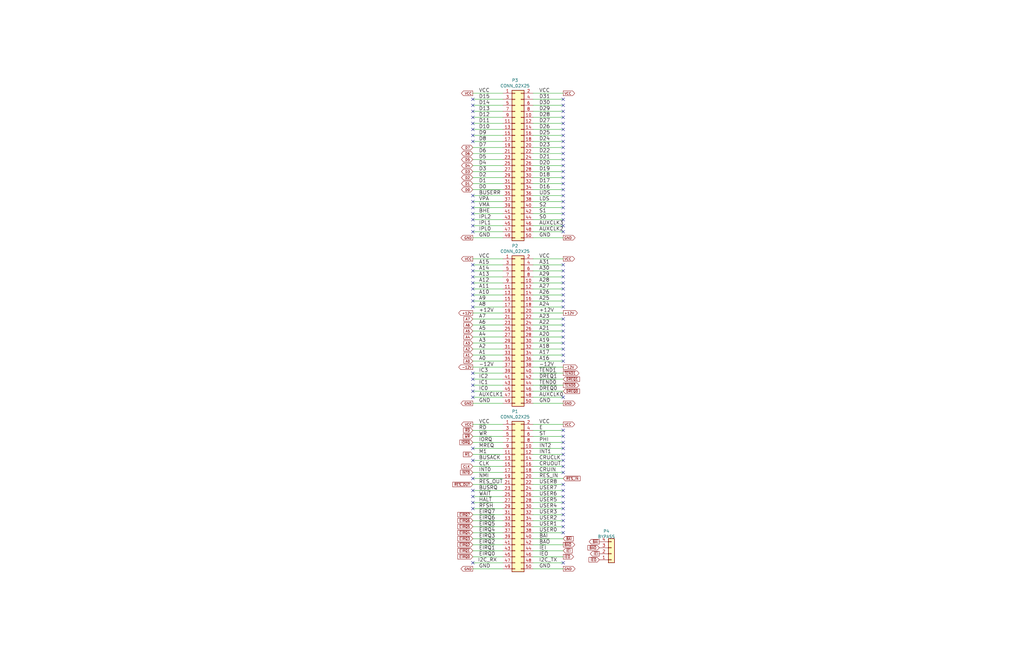
<source format=kicad_sch>
(kicad_sch (version 20211123) (generator eeschema)
  (paper "B")
  (lib_symbols
    (symbol "Connector_Generic:Conn_01x04" (pin_names (offset 1.016) hide)
      (property "Reference" "J" (at 0 5.08 0))
      (property "Value" "Conn_01x04" (at 0 -7.62 0))
      (symbol "Conn_01x04_1_1"
        (rectangle (start -1.27 -4.953) (end 0 -5.207) (stroke (width 0.1524)))
        (rectangle (start -1.27 -2.413) (end 0 -2.667) (stroke (width 0.1524)))
        (rectangle (start -1.27 0.127) (end 0 -0.127) (stroke (width 0.1524)))
        (rectangle (start -1.27 2.667) (end 0 2.413) (stroke (width 0.1524)))
        (rectangle (start -1.27 3.81) (end 1.27 -6.35) (stroke (width 0.254)) (fill (type background)))
        (pin passive line (at -5.08 2.54 0) (length 3.81) (name "Pin_1") (number "1"))
        (pin passive line (at -5.08 0 0) (length 3.81) (name "Pin_2") (number "2"))
        (pin passive line (at -5.08 -2.54 0) (length 3.81) (name "Pin_3") (number "3"))
        (pin passive line (at -5.08 -5.08 0) (length 3.81) (name "Pin_4") (number "4"))
      )
    )
    (symbol "Connector_Generic:Conn_02x25_Odd_Even" (pin_names (offset 1.016) hide)
      (property "Reference" "J" (at 1.27 33.02 0))
      (property "Value" "Conn_02x25_Odd_Even" (at 1.27 -33.02 0))
      (symbol "Conn_02x25_Odd_Even_1_1"
        (rectangle (start -1.27 -30.353) (end 0 -30.607) (stroke (width 0.1524)))
        (rectangle (start -1.27 -27.813) (end 0 -28.067) (stroke (width 0.1524)))
        (rectangle (start -1.27 -25.273) (end 0 -25.527) (stroke (width 0.1524)))
        (rectangle (start -1.27 -22.733) (end 0 -22.987) (stroke (width 0.1524)))
        (rectangle (start -1.27 -20.193) (end 0 -20.447) (stroke (width 0.1524)))
        (rectangle (start -1.27 -17.653) (end 0 -17.907) (stroke (width 0.1524)))
        (rectangle (start -1.27 -15.113) (end 0 -15.367) (stroke (width 0.1524)))
        (rectangle (start -1.27 -12.573) (end 0 -12.827) (stroke (width 0.1524)))
        (rectangle (start -1.27 -10.033) (end 0 -10.287) (stroke (width 0.1524)))
        (rectangle (start -1.27 -7.493) (end 0 -7.747) (stroke (width 0.1524)))
        (rectangle (start -1.27 -4.953) (end 0 -5.207) (stroke (width 0.1524)))
        (rectangle (start -1.27 -2.413) (end 0 -2.667) (stroke (width 0.1524)))
        (rectangle (start -1.27 0.127) (end 0 -0.127) (stroke (width 0.1524)))
        (rectangle (start -1.27 2.667) (end 0 2.413) (stroke (width 0.1524)))
        (rectangle (start -1.27 5.207) (end 0 4.953) (stroke (width 0.1524)))
        (rectangle (start -1.27 7.747) (end 0 7.493) (stroke (width 0.1524)))
        (rectangle (start -1.27 10.287) (end 0 10.033) (stroke (width 0.1524)))
        (rectangle (start -1.27 12.827) (end 0 12.573) (stroke (width 0.1524)))
        (rectangle (start -1.27 15.367) (end 0 15.113) (stroke (width 0.1524)))
        (rectangle (start -1.27 17.907) (end 0 17.653) (stroke (width 0.1524)))
        (rectangle (start -1.27 20.447) (end 0 20.193) (stroke (width 0.1524)))
        (rectangle (start -1.27 22.987) (end 0 22.733) (stroke (width 0.1524)))
        (rectangle (start -1.27 25.527) (end 0 25.273) (stroke (width 0.1524)))
        (rectangle (start -1.27 28.067) (end 0 27.813) (stroke (width 0.1524)))
        (rectangle (start -1.27 30.607) (end 0 30.353) (stroke (width 0.1524)))
        (rectangle (start -1.27 31.75) (end 3.81 -31.75) (stroke (width 0.254)) (fill (type background)))
        (rectangle (start 3.81 -30.353) (end 2.54 -30.607) (stroke (width 0.1524)))
        (rectangle (start 3.81 -27.813) (end 2.54 -28.067) (stroke (width 0.1524)))
        (rectangle (start 3.81 -25.273) (end 2.54 -25.527) (stroke (width 0.1524)))
        (rectangle (start 3.81 -22.733) (end 2.54 -22.987) (stroke (width 0.1524)))
        (rectangle (start 3.81 -20.193) (end 2.54 -20.447) (stroke (width 0.1524)))
        (rectangle (start 3.81 -17.653) (end 2.54 -17.907) (stroke (width 0.1524)))
        (rectangle (start 3.81 -15.113) (end 2.54 -15.367) (stroke (width 0.1524)))
        (rectangle (start 3.81 -12.573) (end 2.54 -12.827) (stroke (width 0.1524)))
        (rectangle (start 3.81 -10.033) (end 2.54 -10.287) (stroke (width 0.1524)))
        (rectangle (start 3.81 -7.493) (end 2.54 -7.747) (stroke (width 0.1524)))
        (rectangle (start 3.81 -4.953) (end 2.54 -5.207) (stroke (width 0.1524)))
        (rectangle (start 3.81 -2.413) (end 2.54 -2.667) (stroke (width 0.1524)))
        (rectangle (start 3.81 0.127) (end 2.54 -0.127) (stroke (width 0.1524)))
        (rectangle (start 3.81 2.667) (end 2.54 2.413) (stroke (width 0.1524)))
        (rectangle (start 3.81 5.207) (end 2.54 4.953) (stroke (width 0.1524)))
        (rectangle (start 3.81 7.747) (end 2.54 7.493) (stroke (width 0.1524)))
        (rectangle (start 3.81 10.287) (end 2.54 10.033) (stroke (width 0.1524)))
        (rectangle (start 3.81 12.827) (end 2.54 12.573) (stroke (width 0.1524)))
        (rectangle (start 3.81 15.367) (end 2.54 15.113) (stroke (width 0.1524)))
        (rectangle (start 3.81 17.907) (end 2.54 17.653) (stroke (width 0.1524)))
        (rectangle (start 3.81 20.447) (end 2.54 20.193) (stroke (width 0.1524)))
        (rectangle (start 3.81 22.987) (end 2.54 22.733) (stroke (width 0.1524)))
        (rectangle (start 3.81 25.527) (end 2.54 25.273) (stroke (width 0.1524)))
        (rectangle (start 3.81 28.067) (end 2.54 27.813) (stroke (width 0.1524)))
        (rectangle (start 3.81 30.607) (end 2.54 30.353) (stroke (width 0.1524)))
        (pin passive line (at -5.08 30.48 0) (length 3.81) (name "Pin_1") (number "1"))
        (pin passive line (at 7.62 20.32 180) (length 3.81) (name "Pin_10") (number "10"))
        (pin passive line (at -5.08 17.78 0) (length 3.81) (name "Pin_11") (number "11"))
        (pin passive line (at 7.62 17.78 180) (length 3.81) (name "Pin_12") (number "12"))
        (pin passive line (at -5.08 15.24 0) (length 3.81) (name "Pin_13") (number "13"))
        (pin passive line (at 7.62 15.24 180) (length 3.81) (name "Pin_14") (number "14"))
        (pin passive line (at -5.08 12.7 0) (length 3.81) (name "Pin_15") (number "15"))
        (pin passive line (at 7.62 12.7 180) (length 3.81) (name "Pin_16") (number "16"))
        (pin passive line (at -5.08 10.16 0) (length 3.81) (name "Pin_17") (number "17"))
        (pin passive line (at 7.62 10.16 180) (length 3.81) (name "Pin_18") (number "18"))
        (pin passive line (at -5.08 7.62 0) (length 3.81) (name "Pin_19") (number "19"))
        (pin passive line (at 7.62 30.48 180) (length 3.81) (name "Pin_2") (number "2"))
        (pin passive line (at 7.62 7.62 180) (length 3.81) (name "Pin_20") (number "20"))
        (pin passive line (at -5.08 5.08 0) (length 3.81) (name "Pin_21") (number "21"))
        (pin passive line (at 7.62 5.08 180) (length 3.81) (name "Pin_22") (number "22"))
        (pin passive line (at -5.08 2.54 0) (length 3.81) (name "Pin_23") (number "23"))
        (pin passive line (at 7.62 2.54 180) (length 3.81) (name "Pin_24") (number "24"))
        (pin passive line (at -5.08 0 0) (length 3.81) (name "Pin_25") (number "25"))
        (pin passive line (at 7.62 0 180) (length 3.81) (name "Pin_26") (number "26"))
        (pin passive line (at -5.08 -2.54 0) (length 3.81) (name "Pin_27") (number "27"))
        (pin passive line (at 7.62 -2.54 180) (length 3.81) (name "Pin_28") (number "28"))
        (pin passive line (at -5.08 -5.08 0) (length 3.81) (name "Pin_29") (number "29"))
        (pin passive line (at -5.08 27.94 0) (length 3.81) (name "Pin_3") (number "3"))
        (pin passive line (at 7.62 -5.08 180) (length 3.81) (name "Pin_30") (number "30"))
        (pin passive line (at -5.08 -7.62 0) (length 3.81) (name "Pin_31") (number "31"))
        (pin passive line (at 7.62 -7.62 180) (length 3.81) (name "Pin_32") (number "32"))
        (pin passive line (at -5.08 -10.16 0) (length 3.81) (name "Pin_33") (number "33"))
        (pin passive line (at 7.62 -10.16 180) (length 3.81) (name "Pin_34") (number "34"))
        (pin passive line (at -5.08 -12.7 0) (length 3.81) (name "Pin_35") (number "35"))
        (pin passive line (at 7.62 -12.7 180) (length 3.81) (name "Pin_36") (number "36"))
        (pin passive line (at -5.08 -15.24 0) (length 3.81) (name "Pin_37") (number "37"))
        (pin passive line (at 7.62 -15.24 180) (length 3.81) (name "Pin_38") (number "38"))
        (pin passive line (at -5.08 -17.78 0) (length 3.81) (name "Pin_39") (number "39"))
        (pin passive line (at 7.62 27.94 180) (length 3.81) (name "Pin_4") (number "4"))
        (pin passive line (at 7.62 -17.78 180) (length 3.81) (name "Pin_40") (number "40"))
        (pin passive line (at -5.08 -20.32 0) (length 3.81) (name "Pin_41") (number "41"))
        (pin passive line (at 7.62 -20.32 180) (length 3.81) (name "Pin_42") (number "42"))
        (pin passive line (at -5.08 -22.86 0) (length 3.81) (name "Pin_43") (number "43"))
        (pin passive line (at 7.62 -22.86 180) (length 3.81) (name "Pin_44") (number "44"))
        (pin passive line (at -5.08 -25.4 0) (length 3.81) (name "Pin_45") (number "45"))
        (pin passive line (at 7.62 -25.4 180) (length 3.81) (name "Pin_46") (number "46"))
        (pin passive line (at -5.08 -27.94 0) (length 3.81) (name "Pin_47") (number "47"))
        (pin passive line (at 7.62 -27.94 180) (length 3.81) (name "Pin_48") (number "48"))
        (pin passive line (at -5.08 -30.48 0) (length 3.81) (name "Pin_49") (number "49"))
        (pin passive line (at -5.08 25.4 0) (length 3.81) (name "Pin_5") (number "5"))
        (pin passive line (at 7.62 -30.48 180) (length 3.81) (name "Pin_50") (number "50"))
        (pin passive line (at 7.62 25.4 180) (length 3.81) (name "Pin_6") (number "6"))
        (pin passive line (at -5.08 22.86 0) (length 3.81) (name "Pin_7") (number "7"))
        (pin passive line (at 7.62 22.86 180) (length 3.81) (name "Pin_8") (number "8"))
        (pin passive line (at -5.08 20.32 0) (length 3.81) (name "Pin_9") (number "9"))
      )
    )
  )
  (no_connect (at 199.39 90.17))
  (no_connect (at 237.49 196.85))
  (no_connect (at 237.49 46.99))
  (no_connect (at 199.39 167.64))
  (no_connect (at 237.49 59.69))
  (no_connect (at 199.39 85.09))
  (no_connect (at 237.49 77.47))
  (no_connect (at 199.39 54.61))
  (no_connect (at 237.49 111.76))
  (no_connect (at 199.39 121.92))
  (no_connect (at 199.39 212.09))
  (no_connect (at 237.49 237.49))
  (no_connect (at 237.49 142.24))
  (no_connect (at 237.49 191.77))
  (no_connect (at 237.49 69.85))
  (no_connect (at 237.49 67.31))
  (no_connect (at 199.39 189.23))
  (no_connect (at 237.49 212.09))
  (no_connect (at 237.49 139.7))
  (no_connect (at 199.39 116.84))
  (no_connect (at 237.49 64.77))
  (no_connect (at 199.39 97.79))
  (no_connect (at 237.49 119.38))
  (no_connect (at 237.49 186.69))
  (no_connect (at 237.49 127))
  (no_connect (at 199.39 207.01))
  (no_connect (at 199.39 52.07))
  (no_connect (at 199.39 124.46))
  (no_connect (at 199.39 119.38))
  (no_connect (at 237.49 181.61))
  (no_connect (at 199.39 49.53))
  (no_connect (at 237.49 184.15))
  (no_connect (at 199.39 59.69))
  (no_connect (at 199.39 41.91))
  (no_connect (at 199.39 160.02))
  (no_connect (at 237.49 116.84))
  (no_connect (at 237.49 54.61))
  (no_connect (at 199.39 157.48))
  (no_connect (at 199.39 165.1))
  (no_connect (at 237.49 52.07))
  (no_connect (at 199.39 201.93))
  (no_connect (at 237.49 214.63))
  (no_connect (at 237.49 114.3))
  (no_connect (at 237.49 152.4))
  (no_connect (at 237.49 74.93))
  (no_connect (at 199.39 129.54))
  (no_connect (at 199.39 57.15))
  (no_connect (at 237.49 217.17))
  (no_connect (at 199.39 46.99))
  (no_connect (at 237.49 57.15))
  (no_connect (at 237.49 189.23))
  (no_connect (at 237.49 62.23))
  (no_connect (at 237.49 72.39))
  (no_connect (at 237.49 224.79))
  (no_connect (at 199.39 214.63))
  (no_connect (at 237.49 97.79))
  (no_connect (at 237.49 90.17))
  (no_connect (at 237.49 219.71))
  (no_connect (at 237.49 49.53))
  (no_connect (at 237.49 194.31))
  (no_connect (at 199.39 92.71))
  (no_connect (at 199.39 127))
  (no_connect (at 199.39 87.63))
  (no_connect (at 199.39 114.3))
  (no_connect (at 237.49 92.71))
  (no_connect (at 237.49 209.55))
  (no_connect (at 199.39 44.45))
  (no_connect (at 237.49 204.47))
  (no_connect (at 237.49 85.09))
  (no_connect (at 237.49 95.25))
  (no_connect (at 237.49 80.01))
  (no_connect (at 237.49 207.01))
  (no_connect (at 237.49 82.55))
  (no_connect (at 237.49 147.32))
  (no_connect (at 237.49 222.25))
  (no_connect (at 237.49 199.39))
  (no_connect (at 237.49 87.63))
  (no_connect (at 199.39 194.31))
  (no_connect (at 199.39 111.76))
  (no_connect (at 237.49 129.54))
  (no_connect (at 199.39 82.55))
  (no_connect (at 199.39 95.25))
  (no_connect (at 237.49 41.91))
  (no_connect (at 237.49 121.92))
  (no_connect (at 237.49 44.45))
  (no_connect (at 237.49 137.16))
  (no_connect (at 237.49 149.86))
  (no_connect (at 237.49 144.78))
  (no_connect (at 199.39 237.49))
  (no_connect (at 237.49 134.62))
  (no_connect (at 199.39 162.56))
  (no_connect (at 237.49 167.64))
  (no_connect (at 237.49 124.46))
  (no_connect (at 199.39 209.55))
  (wire (pts (xy 224.79 224.79) (xy 237.49 224.79)))
  (wire (pts (xy 199.39 224.79) (xy 212.09 224.79)))
  (wire (pts (xy 224.79 77.47) (xy 237.49 77.47)))
  (wire (pts (xy 199.39 54.61) (xy 212.09 54.61)))
  (wire (pts (xy 199.39 209.55) (xy 212.09 209.55)))
  (wire (pts (xy 224.79 207.01) (xy 237.49 207.01)))
  (wire (pts (xy 199.39 137.16) (xy 212.09 137.16)))
  (wire (pts (xy 199.39 49.53) (xy 212.09 49.53)))
  (wire (pts (xy 224.79 97.79) (xy 237.49 97.79)))
  (wire (pts (xy 237.49 194.31) (xy 224.79 194.31)))
  (wire (pts (xy 224.79 201.93) (xy 237.49 201.93)))
  (wire (pts (xy 224.79 209.55) (xy 237.49 209.55)))
  (wire (pts (xy 224.79 57.15) (xy 237.49 57.15)))
  (wire (pts (xy 199.39 240.03) (xy 212.09 240.03)))
  (wire (pts (xy 224.79 100.33) (xy 237.49 100.33)))
  (wire (pts (xy 199.39 67.31) (xy 212.09 67.31)))
  (wire (pts (xy 224.79 85.09) (xy 237.49 85.09)))
  (wire (pts (xy 224.79 142.24) (xy 237.49 142.24)))
  (wire (pts (xy 199.39 152.4) (xy 212.09 152.4)))
  (wire (pts (xy 212.09 160.02) (xy 199.39 160.02)))
  (wire (pts (xy 224.79 137.16) (xy 237.49 137.16)))
  (wire (pts (xy 212.09 85.09) (xy 199.39 85.09)))
  (wire (pts (xy 199.39 204.47) (xy 212.09 204.47)))
  (wire (pts (xy 224.79 80.01) (xy 237.49 80.01)))
  (wire (pts (xy 224.79 212.09) (xy 237.49 212.09)))
  (wire (pts (xy 199.39 74.93) (xy 212.09 74.93)))
  (wire (pts (xy 224.79 170.18) (xy 237.49 170.18)))
  (wire (pts (xy 199.39 149.86) (xy 212.09 149.86)))
  (wire (pts (xy 199.39 116.84) (xy 212.09 116.84)))
  (wire (pts (xy 199.39 227.33) (xy 212.09 227.33)))
  (wire (pts (xy 237.49 184.15) (xy 224.79 184.15)))
  (wire (pts (xy 199.39 134.62) (xy 212.09 134.62)))
  (wire (pts (xy 224.79 144.78) (xy 237.49 144.78)))
  (wire (pts (xy 224.79 124.46) (xy 237.49 124.46)))
  (wire (pts (xy 199.39 52.07) (xy 212.09 52.07)))
  (wire (pts (xy 199.39 199.39) (xy 212.09 199.39)))
  (wire (pts (xy 224.79 67.31) (xy 237.49 67.31)))
  (wire (pts (xy 237.49 95.25) (xy 224.79 95.25)))
  (wire (pts (xy 224.79 114.3) (xy 237.49 114.3)))
  (wire (pts (xy 199.39 41.91) (xy 212.09 41.91)))
  (wire (pts (xy 199.39 111.76) (xy 212.09 111.76)))
  (wire (pts (xy 199.39 44.45) (xy 212.09 44.45)))
  (wire (pts (xy 224.79 44.45) (xy 237.49 44.45)))
  (wire (pts (xy 199.39 59.69) (xy 212.09 59.69)))
  (wire (pts (xy 224.79 129.54) (xy 237.49 129.54)))
  (wire (pts (xy 224.79 147.32) (xy 237.49 147.32)))
  (wire (pts (xy 199.39 77.47) (xy 212.09 77.47)))
  (wire (pts (xy 199.39 191.77) (xy 212.09 191.77)))
  (wire (pts (xy 199.39 64.77) (xy 212.09 64.77)))
  (wire (pts (xy 199.39 62.23) (xy 212.09 62.23)))
  (wire (pts (xy 199.39 222.25) (xy 212.09 222.25)))
  (wire (pts (xy 224.79 204.47) (xy 237.49 204.47)))
  (wire (pts (xy 224.79 59.69) (xy 237.49 59.69)))
  (wire (pts (xy 224.79 87.63) (xy 237.49 87.63)))
  (wire (pts (xy 224.79 62.23) (xy 237.49 62.23)))
  (wire (pts (xy 224.79 219.71) (xy 237.49 219.71)))
  (wire (pts (xy 224.79 82.55) (xy 237.49 82.55)))
  (wire (pts (xy 212.09 90.17) (xy 199.39 90.17)))
  (wire (pts (xy 199.39 121.92) (xy 212.09 121.92)))
  (wire (pts (xy 224.79 69.85) (xy 237.49 69.85)))
  (wire (pts (xy 199.39 46.99) (xy 212.09 46.99)))
  (wire (pts (xy 224.79 196.85) (xy 237.49 196.85)))
  (wire (pts (xy 224.79 179.07) (xy 237.49 179.07)))
  (wire (pts (xy 224.79 157.48) (xy 237.49 157.48)))
  (wire (pts (xy 199.39 194.31) (xy 212.09 194.31)))
  (wire (pts (xy 224.79 222.25) (xy 237.49 222.25)))
  (wire (pts (xy 199.39 201.93) (xy 212.09 201.93)))
  (wire (pts (xy 199.39 179.07) (xy 212.09 179.07)))
  (wire (pts (xy 237.49 234.95) (xy 224.79 234.95)))
  (wire (pts (xy 224.79 154.94) (xy 237.49 154.94)))
  (wire (pts (xy 224.79 134.62) (xy 237.49 134.62)))
  (wire (pts (xy 224.79 92.71) (xy 237.49 92.71)))
  (wire (pts (xy 199.39 212.09) (xy 212.09 212.09)))
  (wire (pts (xy 199.39 119.38) (xy 212.09 119.38)))
  (wire (pts (xy 199.39 144.78) (xy 212.09 144.78)))
  (wire (pts (xy 237.49 191.77) (xy 224.79 191.77)))
  (wire (pts (xy 224.79 109.22) (xy 237.49 109.22)))
  (wire (pts (xy 224.79 121.92) (xy 237.49 121.92)))
  (wire (pts (xy 199.39 186.69) (xy 212.09 186.69)))
  (wire (pts (xy 237.49 181.61) (xy 224.79 181.61)))
  (wire (pts (xy 199.39 170.18) (xy 212.09 170.18)))
  (wire (pts (xy 199.39 219.71) (xy 212.09 219.71)))
  (wire (pts (xy 224.79 46.99) (xy 237.49 46.99)))
  (wire (pts (xy 199.39 196.85) (xy 212.09 196.85)))
  (wire (pts (xy 224.79 149.86) (xy 237.49 149.86)))
  (wire (pts (xy 199.39 234.95) (xy 212.09 234.95)))
  (wire (pts (xy 199.39 181.61) (xy 212.09 181.61)))
  (wire (pts (xy 237.49 189.23) (xy 224.79 189.23)))
  (wire (pts (xy 224.79 165.1) (xy 237.49 165.1)))
  (wire (pts (xy 199.39 129.54) (xy 212.09 129.54)))
  (wire (pts (xy 199.39 229.87) (xy 212.09 229.87)))
  (wire (pts (xy 224.79 240.03) (xy 237.49 240.03)))
  (wire (pts (xy 224.79 64.77) (xy 237.49 64.77)))
  (wire (pts (xy 199.39 127) (xy 212.09 127)))
  (wire (pts (xy 224.79 49.53) (xy 237.49 49.53)))
  (wire (pts (xy 224.79 72.39) (xy 237.49 72.39)))
  (wire (pts (xy 224.79 152.4) (xy 237.49 152.4)))
  (wire (pts (xy 199.39 57.15) (xy 212.09 57.15)))
  (wire (pts (xy 224.79 162.56) (xy 237.49 162.56)))
  (wire (pts (xy 224.79 74.93) (xy 237.49 74.93)))
  (wire (pts (xy 224.79 90.17) (xy 237.49 90.17)))
  (wire (pts (xy 212.09 82.55) (xy 199.39 82.55)))
  (wire (pts (xy 212.09 157.48) (xy 199.39 157.48)))
  (wire (pts (xy 224.79 139.7) (xy 237.49 139.7)))
  (wire (pts (xy 224.79 39.37) (xy 237.49 39.37)))
  (wire (pts (xy 212.09 87.63) (xy 199.39 87.63)))
  (wire (pts (xy 224.79 199.39) (xy 237.49 199.39)))
  (wire (pts (xy 224.79 111.76) (xy 237.49 111.76)))
  (wire (pts (xy 237.49 232.41) (xy 224.79 232.41)))
  (wire (pts (xy 224.79 52.07) (xy 237.49 52.07)))
  (wire (pts (xy 199.39 124.46) (xy 212.09 124.46)))
  (wire (pts (xy 237.49 237.49) (xy 224.79 237.49)))
  (wire (pts (xy 224.79 132.08) (xy 237.49 132.08)))
  (wire (pts (xy 224.79 217.17) (xy 237.49 217.17)))
  (wire (pts (xy 237.49 229.87) (xy 224.79 229.87)))
  (wire (pts (xy 199.39 167.64) (xy 212.09 167.64)))
  (wire (pts (xy 199.39 72.39) (xy 212.09 72.39)))
  (wire (pts (xy 199.39 142.24) (xy 212.09 142.24)))
  (wire (pts (xy 199.39 109.22) (xy 212.09 109.22)))
  (wire (pts (xy 199.39 132.08) (xy 212.09 132.08)))
  (wire (pts (xy 199.39 189.23) (xy 212.09 189.23)))
  (wire (pts (xy 224.79 116.84) (xy 237.49 116.84)))
  (wire (pts (xy 199.39 214.63) (xy 212.09 214.63)))
  (wire (pts (xy 199.39 217.17) (xy 212.09 217.17)))
  (wire (pts (xy 199.39 154.94) (xy 212.09 154.94)))
  (wire (pts (xy 199.39 39.37) (xy 212.09 39.37)))
  (wire (pts (xy 199.39 147.32) (xy 212.09 147.32)))
  (wire (pts (xy 224.79 167.64) (xy 237.49 167.64)))
  (wire (pts (xy 199.39 100.33) (xy 212.09 100.33)))
  (wire (pts (xy 237.49 227.33) (xy 224.79 227.33)))
  (wire (pts (xy 212.09 97.79) (xy 199.39 97.79)))
  (wire (pts (xy 224.79 41.91) (xy 237.49 41.91)))
  (wire (pts (xy 199.39 232.41) (xy 212.09 232.41)))
  (wire (pts (xy 212.09 165.1) (xy 199.39 165.1)))
  (wire (pts (xy 237.49 186.69) (xy 224.79 186.69)))
  (wire (pts (xy 199.39 114.3) (xy 212.09 114.3)))
  (wire (pts (xy 224.79 127) (xy 237.49 127)))
  (wire (pts (xy 199.39 80.01) (xy 212.09 80.01)))
  (wire (pts (xy 199.39 139.7) (xy 212.09 139.7)))
  (wire (pts (xy 199.39 69.85) (xy 212.09 69.85)))
  (wire (pts (xy 212.09 237.49) (xy 199.39 237.49)))
  (wire (pts (xy 224.79 160.02) (xy 237.49 160.02)))
  (wire (pts (xy 212.09 92.71) (xy 199.39 92.71)))
  (wire (pts (xy 224.79 214.63) (xy 237.49 214.63)))
  (wire (pts (xy 199.39 207.01) (xy 212.09 207.01)))
  (wire (pts (xy 212.09 95.25) (xy 199.39 95.25)))
  (wire (pts (xy 224.79 119.38) (xy 237.49 119.38)))
  (wire (pts (xy 212.09 162.56) (xy 199.39 162.56)))
  (wire (pts (xy 224.79 54.61) (xy 237.49 54.61)))
  (wire (pts (xy 199.39 184.15) (xy 212.09 184.15)))
  (label "A7" (at 201.93 134.62 0) (effects (font (size 1.524 1.524))))
  (label "VCC" (at 201.93 179.07 0) (effects (font (size 1.524 1.524))))
  (label "~{BHE}" (at 201.93 90.17 0) (effects (font (size 1.524 1.524))))
  (label "D4" (at 201.93 69.85 0) (effects (font (size 1.524 1.524))))
  (label "A5" (at 201.93 139.7 0) (effects (font (size 1.524 1.524))))
  (label "~{RES_OUT}" (at 201.93 204.47 0) (effects (font (size 1.524 1.524))))
  (label "IPL1" (at 201.93 95.25 0) (effects (font (size 1.524 1.524))))
  (label "UDS" (at 227.33 82.55 0) (effects (font (size 1.524 1.524))))
  (label "~{INT2}" (at 227.33 189.23 0) (effects (font (size 1.524 1.524))))
  (label "VCC" (at 227.33 179.07 0) (effects (font (size 1.524 1.524))))
  (label "IC2" (at 201.93 160.02 0) (effects (font (size 1.524 1.524))))
  (label "USER0" (at 227.33 224.79 0) (effects (font (size 1.524 1.524))))
  (label "VCC" (at 227.33 39.37 0) (effects (font (size 1.524 1.524))))
  (label "A9" (at 201.93 127 0) (effects (font (size 1.524 1.524))))
  (label "D9" (at 201.93 57.15 0) (effects (font (size 1.524 1.524))))
  (label "GND" (at 227.33 100.33 0) (effects (font (size 1.524 1.524))))
  (label "D23" (at 227.33 62.23 0) (effects (font (size 1.524 1.524))))
  (label "D15" (at 201.93 41.91 0) (effects (font (size 1.524 1.524))))
  (label "~{IEI}" (at 227.33 232.41 0) (effects (font (size 1.524 1.524))))
  (label "A6" (at 201.93 137.16 0) (effects (font (size 1.524 1.524))))
  (label "D0" (at 201.93 80.01 0) (effects (font (size 1.524 1.524))))
  (label "GND" (at 201.93 240.03 0) (effects (font (size 1.524 1.524))))
  (label "IPL0" (at 201.93 97.79 0) (effects (font (size 1.524 1.524))))
  (label "D16" (at 227.33 80.01 0) (effects (font (size 1.524 1.524))))
  (label "~{VPA}" (at 201.93 85.09 0) (effects (font (size 1.524 1.524))))
  (label "I2C_RX" (at 209.55 237.49 180) (effects (font (size 1.524 1.524))))
  (label "~{NMI}" (at 201.93 201.93 0) (effects (font (size 1.524 1.524))))
  (label "~{MREQ}" (at 201.93 189.23 0) (effects (font (size 1.524 1.524))))
  (label "USER6" (at 227.33 209.55 0) (effects (font (size 1.524 1.524))))
  (label "A3" (at 201.93 144.78 0) (effects (font (size 1.524 1.524))))
  (label "A4" (at 201.93 142.24 0) (effects (font (size 1.524 1.524))))
  (label "A23" (at 227.33 134.62 0) (effects (font (size 1.524 1.524))))
  (label "D25" (at 227.33 57.15 0) (effects (font (size 1.524 1.524))))
  (label "D7" (at 201.93 62.23 0) (effects (font (size 1.524 1.524))))
  (label "VCC" (at 227.33 109.22 0) (effects (font (size 1.524 1.524))))
  (label "+12V" (at 227.33 132.08 0) (effects (font (size 1.524 1.524))))
  (label "~{BAO}" (at 227.33 229.87 0) (effects (font (size 1.524 1.524))))
  (label "A14" (at 201.93 114.3 0) (effects (font (size 1.524 1.524))))
  (label "GND" (at 227.33 170.18 0) (effects (font (size 1.524 1.524))))
  (label "D26" (at 227.33 54.61 0) (effects (font (size 1.524 1.524))))
  (label "D6" (at 201.93 64.77 0) (effects (font (size 1.524 1.524))))
  (label "~{INT0}" (at 201.93 199.39 0) (effects (font (size 1.524 1.524))))
  (label "S0" (at 227.33 92.71 0) (effects (font (size 1.524 1.524))))
  (label "A24" (at 227.33 129.54 0) (effects (font (size 1.524 1.524))))
  (label "A28" (at 227.33 119.38 0) (effects (font (size 1.524 1.524))))
  (label "A20" (at 227.33 142.24 0) (effects (font (size 1.524 1.524))))
  (label "~{RD}" (at 201.93 181.61 0) (effects (font (size 1.524 1.524))))
  (label "A21" (at 227.33 139.7 0) (effects (font (size 1.524 1.524))))
  (label "A29" (at 227.33 116.84 0) (effects (font (size 1.524 1.524))))
  (label "AUXCLK3" (at 227.33 95.25 0) (effects (font (size 1.524 1.524))))
  (label "~{DREQ1}" (at 227.33 160.02 0) (effects (font (size 1.524 1.524))))
  (label "D13" (at 201.93 46.99 0) (effects (font (size 1.524 1.524))))
  (label "~{EIRQ0}" (at 201.93 234.95 0) (effects (font (size 1.524 1.524))))
  (label "A1" (at 201.93 149.86 0) (effects (font (size 1.524 1.524))))
  (label "VCC" (at 201.93 109.22 0) (effects (font (size 1.524 1.524))))
  (label "A8" (at 201.93 129.54 0) (effects (font (size 1.524 1.524))))
  (label "A25" (at 227.33 127 0) (effects (font (size 1.524 1.524))))
  (label "A13" (at 201.93 116.84 0) (effects (font (size 1.524 1.524))))
  (label "+12V" (at 201.93 132.08 0) (effects (font (size 1.524 1.524))))
  (label "D18" (at 227.33 74.93 0) (effects (font (size 1.524 1.524))))
  (label "D24" (at 227.33 59.69 0) (effects (font (size 1.524 1.524))))
  (label "~{M1}" (at 201.93 191.77 0) (effects (font (size 1.524 1.524))))
  (label "~{RFSH}" (at 201.93 214.63 0) (effects (font (size 1.524 1.524))))
  (label "USER4" (at 227.33 214.63 0) (effects (font (size 1.524 1.524))))
  (label "PHI" (at 227.33 186.69 0) (effects (font (size 1.524 1.524))))
  (label "~{BUSERR}" (at 201.93 82.55 0) (effects (font (size 1.524 1.524))))
  (label "AUXCLK0" (at 227.33 167.64 0) (effects (font (size 1.524 1.524))))
  (label "~{IEO}" (at 227.33 234.95 0) (effects (font (size 1.524 1.524))))
  (label "~{HALT}" (at 201.93 212.09 0) (effects (font (size 1.524 1.524))))
  (label "I2C_TX" (at 234.95 237.49 180) (effects (font (size 1.524 1.524))))
  (label "USER8" (at 227.33 204.47 0) (effects (font (size 1.524 1.524))))
  (label "~{EIRQ4}" (at 201.93 224.79 0) (effects (font (size 1.524 1.524))))
  (label "A16" (at 227.33 152.4 0) (effects (font (size 1.524 1.524))))
  (label "A2" (at 201.93 147.32 0) (effects (font (size 1.524 1.524))))
  (label "A31" (at 227.33 111.76 0) (effects (font (size 1.524 1.524))))
  (label "~{TEND1}" (at 227.33 157.48 0) (effects (font (size 1.524 1.524))))
  (label "AUXCLK1" (at 201.93 167.64 0) (effects (font (size 1.524 1.524))))
  (label "D3" (at 201.93 72.39 0) (effects (font (size 1.524 1.524))))
  (label "D19" (at 227.33 72.39 0) (effects (font (size 1.524 1.524))))
  (label "~{WR}" (at 201.93 184.15 0) (effects (font (size 1.524 1.524))))
  (label "A10" (at 201.93 124.46 0) (effects (font (size 1.524 1.524))))
  (label "E" (at 227.33 181.61 0) (effects (font (size 1.524 1.524))))
  (label "ST" (at 227.33 184.15 0) (effects (font (size 1.524 1.524))))
  (label "A18" (at 227.33 147.32 0) (effects (font (size 1.524 1.524))))
  (label "A15" (at 201.93 111.76 0) (effects (font (size 1.524 1.524))))
  (label "A0" (at 201.93 152.4 0) (effects (font (size 1.524 1.524))))
  (label "LDS" (at 227.33 85.09 0) (effects (font (size 1.524 1.524))))
  (label "D12" (at 201.93 49.53 0) (effects (font (size 1.524 1.524))))
  (label "IC1" (at 201.93 162.56 0) (effects (font (size 1.524 1.524))))
  (label "~{BUSACK}" (at 201.93 194.31 0) (effects (font (size 1.524 1.524))))
  (label "A19" (at 227.33 144.78 0) (effects (font (size 1.524 1.524))))
  (label "AUXCLK2" (at 227.33 97.79 0) (effects (font (size 1.524 1.524))))
  (label "GND" (at 227.33 240.03 0) (effects (font (size 1.524 1.524))))
  (label "D1" (at 201.93 77.47 0) (effects (font (size 1.524 1.524))))
  (label "S1" (at 227.33 90.17 0) (effects (font (size 1.524 1.524))))
  (label "~{WAIT}" (at 201.93 209.55 0) (effects (font (size 1.524 1.524))))
  (label "~{EIRQ2}" (at 201.93 229.87 0) (effects (font (size 1.524 1.524))))
  (label "CRUIN" (at 227.33 199.39 0) (effects (font (size 1.524 1.524))))
  (label "-12V" (at 201.93 154.94 0) (effects (font (size 1.524 1.524))))
  (label "D22" (at 227.33 64.77 0) (effects (font (size 1.524 1.524))))
  (label "~{IORQ}" (at 201.93 186.69 0) (effects (font (size 1.524 1.524))))
  (label "~{EIRQ5}" (at 201.93 222.25 0) (effects (font (size 1.524 1.524))))
  (label "CRUCLK" (at 227.33 194.31 0) (effects (font (size 1.524 1.524))))
  (label "D8" (at 201.93 59.69 0) (effects (font (size 1.524 1.524))))
  (label "D14" (at 201.93 44.45 0) (effects (font (size 1.524 1.524))))
  (label "D11" (at 201.93 52.07 0) (effects (font (size 1.524 1.524))))
  (label "A17" (at 227.33 149.86 0) (effects (font (size 1.524 1.524))))
  (label "A26" (at 227.33 124.46 0) (effects (font (size 1.524 1.524))))
  (label "A12" (at 201.93 119.38 0) (effects (font (size 1.524 1.524))))
  (label "~{INT1}" (at 227.33 191.77 0) (effects (font (size 1.524 1.524))))
  (label "~{EIRQ6}" (at 201.93 219.71 0) (effects (font (size 1.524 1.524))))
  (label "CLK" (at 201.93 196.85 0) (effects (font (size 1.524 1.524))))
  (label "S2" (at 227.33 87.63 0) (effects (font (size 1.524 1.524))))
  (label "D30" (at 227.33 44.45 0) (effects (font (size 1.524 1.524))))
  (label "A30" (at 227.33 114.3 0) (effects (font (size 1.524 1.524))))
  (label "~{RES_IN}" (at 227.33 201.93 0) (effects (font (size 1.524 1.524))))
  (label "D31" (at 227.33 41.91 0) (effects (font (size 1.524 1.524))))
  (label "D28" (at 227.33 49.53 0) (effects (font (size 1.524 1.524))))
  (label "D2" (at 201.93 74.93 0) (effects (font (size 1.524 1.524))))
  (label "D29" (at 227.33 46.99 0) (effects (font (size 1.524 1.524))))
  (label "USER5" (at 227.33 212.09 0) (effects (font (size 1.524 1.524))))
  (label "~{BUSRQ}" (at 201.93 207.01 0) (effects (font (size 1.524 1.524))))
  (label "GND" (at 201.93 170.18 0) (effects (font (size 1.524 1.524))))
  (label "~{EIRQ1}" (at 201.93 232.41 0) (effects (font (size 1.524 1.524))))
  (label "A27" (at 227.33 121.92 0) (effects (font (size 1.524 1.524))))
  (label "~{DREQ0}" (at 227.33 165.1 0) (effects (font (size 1.524 1.524))))
  (label "-12V" (at 227.33 154.94 0) (effects (font (size 1.524 1.524))))
  (label "IC3" (at 201.93 157.48 0) (effects (font (size 1.524 1.524))))
  (label "D27" (at 227.33 52.07 0) (effects (font (size 1.524 1.524))))
  (label "USER7" (at 227.33 207.01 0) (effects (font (size 1.524 1.524))))
  (label "D10" (at 201.93 54.61 0) (effects (font (size 1.524 1.524))))
  (label "D21" (at 227.33 67.31 0) (effects (font (size 1.524 1.524))))
  (label "~{VMA}" (at 201.93 87.63 0) (effects (font (size 1.524 1.524))))
  (label "D17" (at 227.33 77.47 0) (effects (font (size 1.524 1.524))))
  (label "A22" (at 227.33 137.16 0) (effects (font (size 1.524 1.524))))
  (label "~{BAI}" (at 227.33 227.33 0) (effects (font (size 1.524 1.524))))
  (label "USER2" (at 227.33 219.71 0) (effects (font (size 1.524 1.524))))
  (label "VCC" (at 201.93 39.37 0) (effects (font (size 1.524 1.524))))
  (label "CRUOUT" (at 227.33 196.85 0) (effects (font (size 1.524 1.524))))
  (label "GND" (at 201.93 100.33 0) (effects (font (size 1.524 1.524))))
  (label "D20" (at 227.33 69.85 0) (effects (font (size 1.524 1.524))))
  (label "~{TEND0}" (at 227.33 162.56 0) (effects (font (size 1.524 1.524))))
  (label "~{EIRQ3}" (at 201.93 227.33 0) (effects (font (size 1.524 1.524))))
  (label "~{EIRQ7}" (at 201.93 217.17 0) (effects (font (size 1.524 1.524))))
  (label "USER3" (at 227.33 217.17 0) (effects (font (size 1.524 1.524))))
  (label "IPL2" (at 201.93 92.71 0) (effects (font (size 1.524 1.524))))
  (label "A11" (at 201.93 121.92 0) (effects (font (size 1.524 1.524))))
  (label "D5" (at 201.93 67.31 0) (effects (font (size 1.524 1.524))))
  (label "IC0" (at 201.93 165.1 0) (effects (font (size 1.524 1.524))))
  (label "USER1" (at 227.33 222.25 0) (effects (font (size 1.524 1.524))))
  (global_label "~{EIRQ4}" (shape input) (at 199.39 224.79 180) (effects (font (size 1.016 1.016))) (property "Intersheet References" "${INTERSHEET_REFS}" (effects hide)))
  (global_label "GND" (shape output) (at 199.39 100.33 180) (effects (font (size 1.016 1.016))) (property "Intersheet References" "${INTERSHEET_REFS}" (effects hide)))
  (global_label "VCC" (shape output) (at 199.39 179.07 180) (effects (font (size 1.016 1.016))) (property "Intersheet References" "${INTERSHEET_REFS}" (effects hide)))
  (global_label "GND" (shape output) (at 237.49 100.33 0) (effects (font (size 1.016 1.016))) (property "Intersheet References" "${INTERSHEET_REFS}" (effects hide)))
  (global_label "~{BAI}" (shape input) (at 237.49 227.33 0) (effects (font (size 1.016 1.016))) (property "Intersheet References" "${INTERSHEET_REFS}" (effects hide)))
  (global_label "VCC" (shape output) (at 199.39 39.37 180) (effects (font (size 1.016 1.016))) (property "Intersheet References" "${INTERSHEET_REFS}" (effects hide)))
  (global_label "~{EIRQ6}" (shape input) (at 199.39 219.71 180) (effects (font (size 1.016 1.016))) (property "Intersheet References" "${INTERSHEET_REFS}" (effects hide)))
  (global_label "~{EIRQ1}" (shape input) (at 199.39 232.41 180) (effects (font (size 1.016 1.016))) (property "Intersheet References" "${INTERSHEET_REFS}" (effects hide)))
  (global_label "A0" (shape input) (at 199.39 152.4 180) (effects (font (size 1.016 1.016))) (property "Intersheet References" "${INTERSHEET_REFS}" (effects hide)))
  (global_label "~{INT0}" (shape input) (at 199.39 199.39 180) (effects (font (size 1.016 1.016))) (property "Intersheet References" "${INTERSHEET_REFS}" (effects hide)))
  (global_label "+12V" (shape output) (at 199.39 132.08 180) (effects (font (size 1.016 1.016))) (property "Intersheet References" "${INTERSHEET_REFS}" (effects hide)))
  (global_label "D7" (shape bidirectional) (at 199.39 62.23 180) (effects (font (size 1.016 1.016))) (property "Intersheet References" "${INTERSHEET_REFS}" (effects hide)))
  (global_label "A4" (shape input) (at 199.39 142.24 180) (effects (font (size 1.016 1.016))) (property "Intersheet References" "${INTERSHEET_REFS}" (effects hide)))
  (global_label "A5" (shape input) (at 199.39 139.7 180) (effects (font (size 1.016 1.016))) (property "Intersheet References" "${INTERSHEET_REFS}" (effects hide)))
  (global_label "~{BAO}" (shape input) (at 252.73 231.14 180) (effects (font (size 1.016 1.016))) (property "Intersheet References" "${INTERSHEET_REFS}" (effects hide)))
  (global_label "~{WR}" (shape input) (at 199.39 184.15 180) (effects (font (size 1.016 1.016))) (property "Intersheet References" "${INTERSHEET_REFS}" (effects hide)))
  (global_label "~{IEI}" (shape output) (at 252.73 233.68 180) (effects (font (size 1.016 1.016))) (property "Intersheet References" "${INTERSHEET_REFS}" (effects hide)))
  (global_label "+12V" (shape output) (at 237.49 132.08 0) (effects (font (size 1.016 1.016))) (property "Intersheet References" "${INTERSHEET_REFS}" (effects hide)))
  (global_label "GND" (shape output) (at 199.39 170.18 180) (effects (font (size 1.016 1.016))) (property "Intersheet References" "${INTERSHEET_REFS}" (effects hide)))
  (global_label "A3" (shape input) (at 199.39 144.78 180) (effects (font (size 1.016 1.016))) (property "Intersheet References" "${INTERSHEET_REFS}" (effects hide)))
  (global_label "~{RD}" (shape input) (at 199.39 181.61 180) (effects (font (size 1.016 1.016))) (property "Intersheet References" "${INTERSHEET_REFS}" (effects hide)))
  (global_label "~{RES_IN}" (shape input) (at 237.49 201.93 0) (effects (font (size 1.016 1.016))) (property "Intersheet References" "${INTERSHEET_REFS}" (effects hide)))
  (global_label "-12V" (shape output) (at 237.49 154.94 0) (effects (font (size 1.016 1.016))) (property "Intersheet References" "${INTERSHEET_REFS}" (effects hide)))
  (global_label "~{IEO}" (shape output) (at 237.49 234.95 0) (effects (font (size 1.016 1.016))) (property "Intersheet References" "${INTERSHEET_REFS}" (effects hide)))
  (global_label "A2" (shape input) (at 199.39 147.32 180) (effects (font (size 1.016 1.016))) (property "Intersheet References" "${INTERSHEET_REFS}" (effects hide)))
  (global_label "~{RES_OUT}" (shape input) (at 199.39 204.47 180) (effects (font (size 1.016 1.016))) (property "Intersheet References" "${INTERSHEET_REFS}" (effects hide)))
  (global_label "VCC" (shape output) (at 199.39 109.22 180) (effects (font (size 1.016 1.016))) (property "Intersheet References" "${INTERSHEET_REFS}" (effects hide)))
  (global_label "D2" (shape bidirectional) (at 199.39 74.93 180) (effects (font (size 1.016 1.016))) (property "Intersheet References" "${INTERSHEET_REFS}" (effects hide)))
  (global_label "A1" (shape input) (at 199.39 149.86 180) (effects (font (size 1.016 1.016))) (property "Intersheet References" "${INTERSHEET_REFS}" (effects hide)))
  (global_label "~{IORQ}" (shape input) (at 199.39 186.69 180) (effects (font (size 1.016 1.016))) (property "Intersheet References" "${INTERSHEET_REFS}" (effects hide)))
  (global_label "GND" (shape output) (at 237.49 170.18 0) (effects (font (size 1.016 1.016))) (property "Intersheet References" "${INTERSHEET_REFS}" (effects hide)))
  (global_label "~{M1}" (shape input) (at 199.39 191.77 180) (effects (font (size 1.016 1.016))) (property "Intersheet References" "${INTERSHEET_REFS}" (effects hide)))
  (global_label "~{TEND1}" (shape output) (at 237.49 157.48 0) (effects (font (size 1.016 1.016))) (property "Intersheet References" "${INTERSHEET_REFS}" (effects hide)))
  (global_label "D0" (shape bidirectional) (at 199.39 80.01 180) (effects (font (size 1.016 1.016))) (property "Intersheet References" "${INTERSHEET_REFS}" (effects hide)))
  (global_label "D1" (shape bidirectional) (at 199.39 77.47 180) (effects (font (size 1.016 1.016))) (property "Intersheet References" "${INTERSHEET_REFS}" (effects hide)))
  (global_label "VCC" (shape output) (at 237.49 109.22 0) (effects (font (size 1.016 1.016))) (property "Intersheet References" "${INTERSHEET_REFS}" (effects hide)))
  (global_label "D4" (shape bidirectional) (at 199.39 69.85 180) (effects (font (size 1.016 1.016))) (property "Intersheet References" "${INTERSHEET_REFS}" (effects hide)))
  (global_label "D3" (shape bidirectional) (at 199.39 72.39 180) (effects (font (size 1.016 1.016))) (property "Intersheet References" "${INTERSHEET_REFS}" (effects hide)))
  (global_label "-12V" (shape output) (at 199.39 154.94 180) (effects (font (size 1.016 1.016))) (property "Intersheet References" "${INTERSHEET_REFS}" (effects hide)))
  (global_label "VCC" (shape output) (at 237.49 179.07 0) (effects (font (size 1.016 1.016))) (property "Intersheet References" "${INTERSHEET_REFS}" (effects hide)))
  (global_label "~{EIRQ3}" (shape input) (at 199.39 227.33 180) (effects (font (size 1.016 1.016))) (property "Intersheet References" "${INTERSHEET_REFS}" (effects hide)))
  (global_label "~{EIRQ0}" (shape input) (at 199.39 234.95 180) (effects (font (size 1.016 1.016))) (property "Intersheet References" "${INTERSHEET_REFS}" (effects hide)))
  (global_label "~{DREQ1}" (shape input) (at 237.49 160.02 0) (effects (font (size 1.016 1.016))) (property "Intersheet References" "${INTERSHEET_REFS}" (effects hide)))
  (global_label "~{IEO}" (shape input) (at 252.73 236.22 180) (effects (font (size 1.016 1.016))) (property "Intersheet References" "${INTERSHEET_REFS}" (effects hide)))
  (global_label "~{DREQ0}" (shape input) (at 237.49 165.1 0) (effects (font (size 1.016 1.016))) (property "Intersheet References" "${INTERSHEET_REFS}" (effects hide)))
  (global_label "VCC" (shape output) (at 237.49 39.37 0) (effects (font (size 1.016 1.016))) (property "Intersheet References" "${INTERSHEET_REFS}" (effects hide)))
  (global_label "~{EIRQ5}" (shape input) (at 199.39 222.25 180) (effects (font (size 1.016 1.016))) (property "Intersheet References" "${INTERSHEET_REFS}" (effects hide)))
  (global_label "~{BAO}" (shape output) (at 237.49 229.87 0) (effects (font (size 1.016 1.016))) (property "Intersheet References" "${INTERSHEET_REFS}" (effects hide)))
  (global_label "D5" (shape bidirectional) (at 199.39 67.31 180) (effects (font (size 1.016 1.016))) (property "Intersheet References" "${INTERSHEET_REFS}" (effects hide)))
  (global_label "GND" (shape output) (at 199.39 240.03 180) (effects (font (size 1.016 1.016))) (property "Intersheet References" "${INTERSHEET_REFS}" (effects hide)))
  (global_label "~{EIRQ7}" (shape input) (at 199.39 217.17 180) (effects (font (size 1.016 1.016))) (property "Intersheet References" "${INTERSHEET_REFS}" (effects hide)))
  (global_label "~{TEND0}" (shape output) (at 237.49 162.56 0) (effects (font (size 1.016 1.016))) (property "Intersheet References" "${INTERSHEET_REFS}" (effects hide)))
  (global_label "A6" (shape input) (at 199.39 137.16 180) (effects (font (size 1.016 1.016))) (property "Intersheet References" "${INTERSHEET_REFS}" (effects hide)))
  (global_label "~{BAI}" (shape output) (at 252.73 228.6 180) (effects (font (size 1.016 1.016))) (property "Intersheet References" "${INTERSHEET_REFS}" (effects hide)))
  (global_label "~{IEI}" (shape input) (at 237.49 232.41 0) (effects (font (size 1.016 1.016))) (property "Intersheet References" "${INTERSHEET_REFS}" (effects hide)))
  (global_label "D6" (shape bidirectional) (at 199.39 64.77 180) (effects (font (size 1.016 1.016))) (property "Intersheet References" "${INTERSHEET_REFS}" (effects hide)))
  (global_label "GND" (shape output) (at 237.49 240.03 0) (effects (font (size 1.016 1.016))) (property "Intersheet References" "${INTERSHEET_REFS}" (effects hide)))
  (global_label "~{EIRQ2}" (shape input) (at 199.39 229.87 180) (effects (font (size 1.016 1.016))) (property "Intersheet References" "${INTERSHEET_REFS}" (effects hide)))
  (global_label "A7" (shape input) (at 199.39 134.62 180) (effects (font (size 1.016 1.016))) (property "Intersheet References" "${INTERSHEET_REFS}" (effects hide)))
  (global_label "CLK" (shape input) (at 199.39 196.85 180) (effects (font (size 1.016 1.016))) (property "Intersheet References" "${INTERSHEET_REFS}" (effects hide)))
  (symbol (lib_id "Connector_Generic:Conn_01x04") (at 257.81 233.68 0) (mirror x) (unit 1)
    (property "Reference" "P4" (at 255.7018 224.155 0))
    (property "Value" "BYPASS" (at 255.7018 226.4664 0))
    (property "Footprint" "Connector_PinHeader_2.54mm:PinHeader_1x04_P2.54mm_Vertical" (effects hide))
  )
  (symbol (lib_id "Connector_Generic:Conn_02x25_Odd_Even") (at 217.17 209.55 0) (unit 1)
    (property "Reference" "P1" (at 217.17 173.609 0))
    (property "Value" "CONN_02X25" (at 217.17 175.9204 0))
    (property "Footprint" "Connector_IDC:IDC-Header_2x25_P2.54mm_Horizontal" (effects hide))
  )
  (symbol (lib_id "Connector_Generic:Conn_02x25_Odd_Even") (at 217.17 139.7 0) (unit 1)
    (property "Reference" "P2" (at 217.17 103.759 0))
    (property "Value" "CONN_02X25" (at 217.17 106.0704 0))
    (property "Footprint" "Connector_IDC:IDC-Header_2x25_P2.54mm_Horizontal" (effects hide))
  )
  (symbol (lib_id "Connector_Generic:Conn_02x25_Odd_Even") (at 217.17 69.85 0) (unit 1)
    (property "Reference" "P3" (at 217.17 33.909 0))
    (property "Value" "CONN_02X25" (at 217.17 36.2204 0))
    (property "Footprint" "Connector_IDC:IDC-Header_2x25_P2.54mm_Horizontal" (effects hide))
  )
)
</source>
